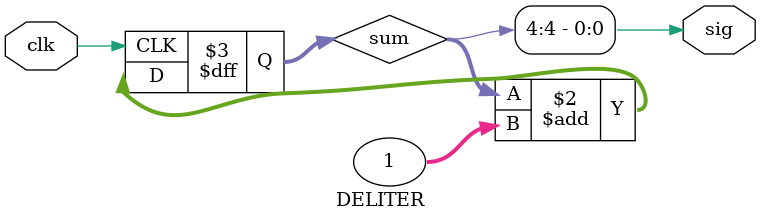
<source format=v>
module DELITER(clk, sig);
input wire clk;
output wire sig;

parameter freq = 4;

reg [31:0] sum;

assign sig = sum[freq];

always @ (posedge clk) 
begin
	sum = sum + 1;
end
endmodule
</source>
